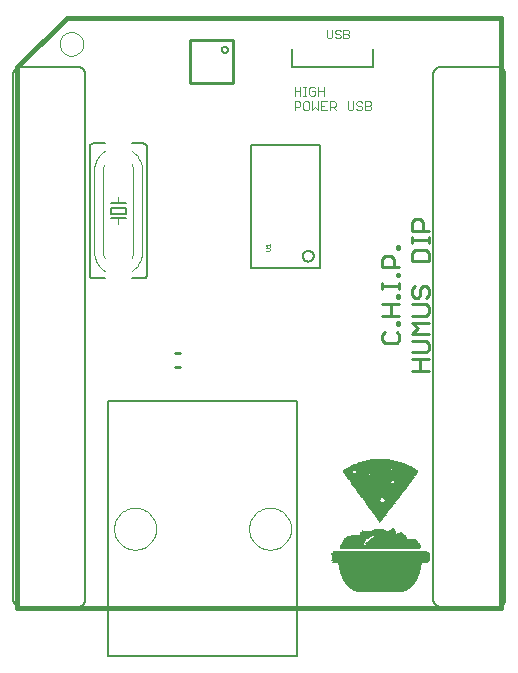
<source format=gto>
G75*
%MOIN*%
%OFA0B0*%
%FSLAX24Y24*%
%IPPOS*%
%LPD*%
%AMOC8*
5,1,8,0,0,1.08239X$1,22.5*
%
%ADD10C,0.0160*%
%ADD11C,0.0090*%
%ADD12C,0.0000*%
%ADD13C,0.0030*%
%ADD14C,0.0060*%
%ADD15R,0.1455X0.0013*%
%ADD16R,0.1573X0.0013*%
%ADD17R,0.1665X0.0013*%
%ADD18R,0.1731X0.0013*%
%ADD19R,0.1796X0.0013*%
%ADD20R,0.1849X0.0013*%
%ADD21R,0.1888X0.0013*%
%ADD22R,0.1927X0.0013*%
%ADD23R,0.1967X0.0013*%
%ADD24R,0.2006X0.0013*%
%ADD25R,0.2045X0.0013*%
%ADD26R,0.2071X0.0013*%
%ADD27R,0.2098X0.0013*%
%ADD28R,0.2137X0.0013*%
%ADD29R,0.2150X0.0013*%
%ADD30R,0.2176X0.0013*%
%ADD31R,0.2203X0.0013*%
%ADD32R,0.2229X0.0013*%
%ADD33R,0.2242X0.0013*%
%ADD34R,0.2268X0.0013*%
%ADD35R,0.2281X0.0013*%
%ADD36R,0.2307X0.0013*%
%ADD37R,0.2321X0.0013*%
%ADD38R,0.2334X0.0013*%
%ADD39R,0.2360X0.0013*%
%ADD40R,0.2373X0.0013*%
%ADD41R,0.2386X0.0013*%
%ADD42R,0.2399X0.0013*%
%ADD43R,0.2412X0.0013*%
%ADD44R,0.2439X0.0013*%
%ADD45R,0.2452X0.0013*%
%ADD46R,0.2465X0.0013*%
%ADD47R,0.2478X0.0013*%
%ADD48R,0.2491X0.0013*%
%ADD49R,0.2504X0.0013*%
%ADD50R,0.2517X0.0013*%
%ADD51R,0.2530X0.0013*%
%ADD52R,0.2543X0.0013*%
%ADD53R,0.2556X0.0013*%
%ADD54R,0.2570X0.0013*%
%ADD55R,0.2583X0.0013*%
%ADD56R,0.2596X0.0013*%
%ADD57R,0.2609X0.0013*%
%ADD58R,0.2622X0.0013*%
%ADD59R,0.2635X0.0013*%
%ADD60R,0.2648X0.0013*%
%ADD61R,0.2661X0.0013*%
%ADD62R,0.2674X0.0013*%
%ADD63R,0.2688X0.0013*%
%ADD64R,0.2701X0.0013*%
%ADD65R,0.2714X0.0013*%
%ADD66R,0.2727X0.0013*%
%ADD67R,0.2740X0.0013*%
%ADD68R,0.2753X0.0013*%
%ADD69R,0.2766X0.0013*%
%ADD70R,0.2779X0.0013*%
%ADD71R,0.2792X0.0013*%
%ADD72R,0.2806X0.0013*%
%ADD73R,0.3081X0.0013*%
%ADD74R,0.3146X0.0013*%
%ADD75R,0.3186X0.0013*%
%ADD76R,0.3225X0.0013*%
%ADD77R,0.3251X0.0013*%
%ADD78R,0.3264X0.0013*%
%ADD79R,0.3278X0.0013*%
%ADD80R,0.3238X0.0013*%
%ADD81R,0.3199X0.0013*%
%ADD82R,0.3160X0.0013*%
%ADD83R,0.3107X0.0013*%
%ADD84R,0.0774X0.0013*%
%ADD85R,0.0760X0.0013*%
%ADD86R,0.1822X0.0013*%
%ADD87R,0.0747X0.0013*%
%ADD88R,0.0734X0.0013*%
%ADD89R,0.1783X0.0013*%
%ADD90R,0.1770X0.0013*%
%ADD91R,0.1757X0.0013*%
%ADD92R,0.1704X0.0013*%
%ADD93R,0.1678X0.0013*%
%ADD94R,0.1639X0.0013*%
%ADD95R,0.1613X0.0013*%
%ADD96R,0.1586X0.0013*%
%ADD97R,0.1560X0.0013*%
%ADD98R,0.1508X0.0013*%
%ADD99R,0.1232X0.0013*%
%ADD100R,0.0184X0.0013*%
%ADD101R,0.1193X0.0013*%
%ADD102R,0.1180X0.0013*%
%ADD103R,0.1141X0.0013*%
%ADD104R,0.1101X0.0013*%
%ADD105R,0.1075X0.0013*%
%ADD106R,0.1036X0.0013*%
%ADD107R,0.1023X0.0013*%
%ADD108R,0.1009X0.0013*%
%ADD109R,0.0249X0.0013*%
%ADD110R,0.0446X0.0013*%
%ADD111R,0.1495X0.0013*%
%ADD112R,0.1481X0.0013*%
%ADD113R,0.1468X0.0013*%
%ADD114R,0.1442X0.0013*%
%ADD115R,0.1206X0.0013*%
%ADD116R,0.0197X0.0013*%
%ADD117R,0.0118X0.0013*%
%ADD118R,0.0052X0.0013*%
%ADD119R,0.1154X0.0013*%
%ADD120R,0.0210X0.0013*%
%ADD121R,0.0616X0.0013*%
%ADD122R,0.0144X0.0013*%
%ADD123R,0.0564X0.0013*%
%ADD124R,0.0026X0.0013*%
%ADD125R,0.0498X0.0013*%
%ADD126R,0.0170X0.0013*%
%ADD127R,0.0420X0.0013*%
%ADD128R,0.0341X0.0013*%
%ADD129R,0.0105X0.0013*%
%ADD130R,0.0066X0.0013*%
%ADD131R,0.0039X0.0013*%
%ADD132R,0.0013X0.0013*%
%ADD133R,0.0092X0.0013*%
%ADD134R,0.0223X0.0013*%
%ADD135R,0.0275X0.0013*%
%ADD136R,0.0302X0.0013*%
%ADD137R,0.0328X0.0013*%
%ADD138R,0.0354X0.0013*%
%ADD139R,0.0367X0.0013*%
%ADD140R,0.0380X0.0013*%
%ADD141R,0.0406X0.0013*%
%ADD142R,0.0433X0.0013*%
%ADD143R,0.0459X0.0013*%
%ADD144R,0.0485X0.0013*%
%ADD145R,0.0511X0.0013*%
%ADD146R,0.0538X0.0013*%
%ADD147R,0.0590X0.0013*%
%ADD148R,0.0642X0.0013*%
%ADD149R,0.0669X0.0013*%
%ADD150R,0.0695X0.0013*%
%ADD151R,0.0721X0.0013*%
%ADD152R,0.0800X0.0013*%
%ADD153R,0.0813X0.0013*%
%ADD154R,0.0826X0.0013*%
%ADD155R,0.0852X0.0013*%
%ADD156R,0.0878X0.0013*%
%ADD157R,0.0891X0.0013*%
%ADD158R,0.0905X0.0013*%
%ADD159R,0.0931X0.0013*%
%ADD160R,0.0957X0.0013*%
%ADD161R,0.0970X0.0013*%
%ADD162R,0.0983X0.0013*%
%ADD163R,0.0551X0.0013*%
%ADD164R,0.0524X0.0013*%
%ADD165R,0.0472X0.0013*%
%ADD166R,0.0629X0.0013*%
%ADD167R,0.1219X0.0013*%
%ADD168R,0.1245X0.0013*%
%ADD169R,0.1259X0.0013*%
%ADD170R,0.1272X0.0013*%
%ADD171R,0.1298X0.0013*%
%ADD172R,0.1324X0.0013*%
%ADD173R,0.1337X0.0013*%
%ADD174R,0.1350X0.0013*%
%ADD175R,0.1377X0.0013*%
%ADD176R,0.1403X0.0013*%
%ADD177R,0.1416X0.0013*%
%ADD178R,0.1429X0.0013*%
%ADD179R,0.1534X0.0013*%
%ADD180R,0.1547X0.0013*%
%ADD181R,0.1626X0.0013*%
%ADD182R,0.1652X0.0013*%
%ADD183R,0.1691X0.0013*%
%ADD184R,0.1744X0.0013*%
%ADD185R,0.1809X0.0013*%
%ADD186R,0.1862X0.0013*%
%ADD187R,0.1901X0.0013*%
%ADD188R,0.1940X0.0013*%
%ADD189R,0.1363X0.0013*%
%ADD190R,0.0577X0.0013*%
%ADD191R,0.0603X0.0013*%
%ADD192R,0.2111X0.0013*%
%ADD193R,0.2189X0.0013*%
%ADD194R,0.2216X0.0013*%
%ADD195R,0.2255X0.0013*%
%ADD196R,0.2294X0.0013*%
%ADD197R,0.1521X0.0013*%
%ADD198R,0.0839X0.0013*%
%ADD199R,0.2425X0.0013*%
%ADD200R,0.0315X0.0013*%
%ADD201R,0.2085X0.0013*%
%ADD202R,0.0787X0.0013*%
%ADD203R,0.2163X0.0013*%
%ADD204R,0.2124X0.0013*%
%ADD205R,0.2019X0.0013*%
%ADD206R,0.1953X0.0013*%
%ADD207R,0.1717X0.0013*%
%ADD208R,0.1599X0.0013*%
%ADD209R,0.1114X0.0013*%
%ADD210C,0.0010*%
%ADD211C,0.0050*%
%ADD212C,0.0020*%
%ADD213C,0.0100*%
%ADD214C,0.0080*%
D10*
X000259Y001718D02*
X016401Y001718D01*
X016401Y021403D01*
X001913Y021403D01*
X000259Y019749D01*
X000259Y001718D01*
X002424Y001718D02*
X014236Y001718D01*
D11*
X013990Y009645D02*
X013419Y009645D01*
X013704Y009645D02*
X013704Y010026D01*
X013419Y010026D02*
X013990Y010026D01*
X013895Y010253D02*
X013990Y010348D01*
X013990Y010538D01*
X013895Y010634D01*
X013419Y010634D01*
X013419Y010861D02*
X013609Y011051D01*
X013419Y011241D01*
X013990Y011241D01*
X013895Y011469D02*
X013990Y011564D01*
X013990Y011754D01*
X013895Y011849D01*
X013419Y011849D01*
X013514Y012076D02*
X013609Y012076D01*
X013704Y012171D01*
X013704Y012362D01*
X013799Y012457D01*
X013895Y012457D01*
X013990Y012362D01*
X013990Y012171D01*
X013895Y012076D01*
X013514Y012076D02*
X013419Y012171D01*
X013419Y012362D01*
X013514Y012457D01*
X013000Y012475D02*
X012429Y012475D01*
X012429Y012380D02*
X012429Y012570D01*
X012429Y013089D02*
X012429Y013374D01*
X012524Y013470D01*
X012714Y013470D01*
X012809Y013374D01*
X012809Y013089D01*
X012905Y012880D02*
X013000Y012880D01*
X013000Y012785D01*
X012905Y012785D01*
X012905Y012880D01*
X013000Y013089D02*
X012429Y013089D01*
X012905Y013697D02*
X012905Y013792D01*
X013000Y013792D01*
X013000Y013697D01*
X012905Y013697D01*
X013419Y013577D02*
X013419Y013292D01*
X013990Y013292D01*
X013990Y013577D01*
X013895Y013672D01*
X013514Y013672D01*
X013419Y013577D01*
X013419Y013900D02*
X013419Y014090D01*
X013419Y013995D02*
X013990Y013995D01*
X013990Y013900D02*
X013990Y014090D01*
X013990Y014305D02*
X013419Y014305D01*
X013419Y014590D01*
X013514Y014685D01*
X013704Y014685D01*
X013799Y014590D01*
X013799Y014305D01*
X013000Y012570D02*
X013000Y012380D01*
X013000Y012171D02*
X012905Y012171D01*
X012905Y012076D01*
X013000Y012076D01*
X013000Y012171D01*
X013000Y011849D02*
X012429Y011849D01*
X012714Y011849D02*
X012714Y011469D01*
X012905Y011260D02*
X013000Y011260D01*
X013000Y011165D01*
X012905Y011165D01*
X012905Y011260D01*
X013000Y011469D02*
X012429Y011469D01*
X012524Y010937D02*
X012429Y010842D01*
X012429Y010652D01*
X012524Y010557D01*
X012905Y010557D01*
X013000Y010652D01*
X013000Y010842D01*
X012905Y010937D01*
X013419Y010861D02*
X013990Y010861D01*
X013895Y011469D02*
X013419Y011469D01*
X013419Y010253D02*
X013895Y010253D01*
D12*
X007990Y004375D02*
X007992Y004427D01*
X007998Y004479D01*
X008008Y004531D01*
X008021Y004581D01*
X008038Y004631D01*
X008059Y004679D01*
X008084Y004725D01*
X008112Y004769D01*
X008143Y004811D01*
X008177Y004851D01*
X008214Y004888D01*
X008254Y004922D01*
X008296Y004953D01*
X008340Y004981D01*
X008386Y005006D01*
X008434Y005027D01*
X008484Y005044D01*
X008534Y005057D01*
X008586Y005067D01*
X008638Y005073D01*
X008690Y005075D01*
X008742Y005073D01*
X008794Y005067D01*
X008846Y005057D01*
X008896Y005044D01*
X008946Y005027D01*
X008994Y005006D01*
X009040Y004981D01*
X009084Y004953D01*
X009126Y004922D01*
X009166Y004888D01*
X009203Y004851D01*
X009237Y004811D01*
X009268Y004769D01*
X009296Y004725D01*
X009321Y004679D01*
X009342Y004631D01*
X009359Y004581D01*
X009372Y004531D01*
X009382Y004479D01*
X009388Y004427D01*
X009390Y004375D01*
X009388Y004323D01*
X009382Y004271D01*
X009372Y004219D01*
X009359Y004169D01*
X009342Y004119D01*
X009321Y004071D01*
X009296Y004025D01*
X009268Y003981D01*
X009237Y003939D01*
X009203Y003899D01*
X009166Y003862D01*
X009126Y003828D01*
X009084Y003797D01*
X009040Y003769D01*
X008994Y003744D01*
X008946Y003723D01*
X008896Y003706D01*
X008846Y003693D01*
X008794Y003683D01*
X008742Y003677D01*
X008690Y003675D01*
X008638Y003677D01*
X008586Y003683D01*
X008534Y003693D01*
X008484Y003706D01*
X008434Y003723D01*
X008386Y003744D01*
X008340Y003769D01*
X008296Y003797D01*
X008254Y003828D01*
X008214Y003862D01*
X008177Y003899D01*
X008143Y003939D01*
X008112Y003981D01*
X008084Y004025D01*
X008059Y004071D01*
X008038Y004119D01*
X008021Y004169D01*
X008008Y004219D01*
X007998Y004271D01*
X007992Y004323D01*
X007990Y004375D01*
X003490Y004375D02*
X003492Y004427D01*
X003498Y004479D01*
X003508Y004531D01*
X003521Y004581D01*
X003538Y004631D01*
X003559Y004679D01*
X003584Y004725D01*
X003612Y004769D01*
X003643Y004811D01*
X003677Y004851D01*
X003714Y004888D01*
X003754Y004922D01*
X003796Y004953D01*
X003840Y004981D01*
X003886Y005006D01*
X003934Y005027D01*
X003984Y005044D01*
X004034Y005057D01*
X004086Y005067D01*
X004138Y005073D01*
X004190Y005075D01*
X004242Y005073D01*
X004294Y005067D01*
X004346Y005057D01*
X004396Y005044D01*
X004446Y005027D01*
X004494Y005006D01*
X004540Y004981D01*
X004584Y004953D01*
X004626Y004922D01*
X004666Y004888D01*
X004703Y004851D01*
X004737Y004811D01*
X004768Y004769D01*
X004796Y004725D01*
X004821Y004679D01*
X004842Y004631D01*
X004859Y004581D01*
X004872Y004531D01*
X004882Y004479D01*
X004888Y004427D01*
X004890Y004375D01*
X004888Y004323D01*
X004882Y004271D01*
X004872Y004219D01*
X004859Y004169D01*
X004842Y004119D01*
X004821Y004071D01*
X004796Y004025D01*
X004768Y003981D01*
X004737Y003939D01*
X004703Y003899D01*
X004666Y003862D01*
X004626Y003828D01*
X004584Y003797D01*
X004540Y003769D01*
X004494Y003744D01*
X004446Y003723D01*
X004396Y003706D01*
X004346Y003693D01*
X004294Y003683D01*
X004242Y003677D01*
X004190Y003675D01*
X004138Y003677D01*
X004086Y003683D01*
X004034Y003693D01*
X003984Y003706D01*
X003934Y003723D01*
X003886Y003744D01*
X003840Y003769D01*
X003796Y003797D01*
X003754Y003828D01*
X003714Y003862D01*
X003677Y003899D01*
X003643Y003939D01*
X003612Y003981D01*
X003584Y004025D01*
X003559Y004071D01*
X003538Y004119D01*
X003521Y004169D01*
X003508Y004219D01*
X003498Y004271D01*
X003492Y004323D01*
X003490Y004375D01*
X001676Y020536D02*
X001678Y020575D01*
X001684Y020614D01*
X001694Y020652D01*
X001707Y020689D01*
X001724Y020724D01*
X001744Y020758D01*
X001768Y020789D01*
X001795Y020818D01*
X001824Y020844D01*
X001856Y020867D01*
X001890Y020887D01*
X001926Y020903D01*
X001963Y020915D01*
X002002Y020924D01*
X002041Y020929D01*
X002080Y020930D01*
X002119Y020927D01*
X002158Y020920D01*
X002195Y020909D01*
X002232Y020895D01*
X002267Y020877D01*
X002300Y020856D01*
X002331Y020831D01*
X002359Y020804D01*
X002384Y020774D01*
X002406Y020741D01*
X002425Y020707D01*
X002440Y020671D01*
X002452Y020633D01*
X002460Y020595D01*
X002464Y020556D01*
X002464Y020516D01*
X002460Y020477D01*
X002452Y020439D01*
X002440Y020401D01*
X002425Y020365D01*
X002406Y020331D01*
X002384Y020298D01*
X002359Y020268D01*
X002331Y020241D01*
X002300Y020216D01*
X002267Y020195D01*
X002232Y020177D01*
X002195Y020163D01*
X002158Y020152D01*
X002119Y020145D01*
X002080Y020142D01*
X002041Y020143D01*
X002002Y020148D01*
X001963Y020157D01*
X001926Y020169D01*
X001890Y020185D01*
X001856Y020205D01*
X001824Y020228D01*
X001795Y020254D01*
X001768Y020283D01*
X001744Y020314D01*
X001724Y020348D01*
X001707Y020383D01*
X001694Y020420D01*
X001684Y020458D01*
X001678Y020497D01*
X001676Y020536D01*
D13*
X009506Y019097D02*
X009506Y018807D01*
X009506Y018952D02*
X009700Y018952D01*
X009700Y019097D02*
X009700Y018807D01*
X009801Y018807D02*
X009898Y018807D01*
X009849Y018807D02*
X009849Y019097D01*
X009801Y019097D02*
X009898Y019097D01*
X009998Y019049D02*
X009998Y018855D01*
X010046Y018807D01*
X010143Y018807D01*
X010191Y018855D01*
X010191Y018952D01*
X010094Y018952D01*
X009998Y019049D02*
X010046Y019097D01*
X010143Y019097D01*
X010191Y019049D01*
X010292Y019097D02*
X010292Y018807D01*
X010292Y018952D02*
X010486Y018952D01*
X010486Y019097D02*
X010486Y018807D01*
X010390Y018617D02*
X010390Y018327D01*
X010584Y018327D01*
X010685Y018327D02*
X010685Y018617D01*
X010830Y018617D01*
X010879Y018569D01*
X010879Y018472D01*
X010830Y018424D01*
X010685Y018424D01*
X010782Y018424D02*
X010879Y018327D01*
X011274Y018375D02*
X011274Y018617D01*
X011468Y018617D02*
X011468Y018375D01*
X011419Y018327D01*
X011323Y018327D01*
X011274Y018375D01*
X011569Y018375D02*
X011617Y018327D01*
X011714Y018327D01*
X011762Y018375D01*
X011762Y018424D01*
X011714Y018472D01*
X011617Y018472D01*
X011569Y018521D01*
X011569Y018569D01*
X011617Y018617D01*
X011714Y018617D01*
X011762Y018569D01*
X011864Y018617D02*
X012009Y018617D01*
X012057Y018569D01*
X012057Y018521D01*
X012009Y018472D01*
X011864Y018472D01*
X012009Y018472D02*
X012057Y018424D01*
X012057Y018375D01*
X012009Y018327D01*
X011864Y018327D01*
X011864Y018617D01*
X010584Y018617D02*
X010390Y018617D01*
X010289Y018617D02*
X010289Y018327D01*
X010192Y018424D01*
X010096Y018327D01*
X010096Y018617D01*
X009995Y018569D02*
X009995Y018375D01*
X009946Y018327D01*
X009849Y018327D01*
X009801Y018375D01*
X009801Y018569D01*
X009849Y018617D01*
X009946Y018617D01*
X009995Y018569D01*
X009700Y018569D02*
X009700Y018472D01*
X009652Y018424D01*
X009506Y018424D01*
X009506Y018327D02*
X009506Y018617D01*
X009652Y018617D01*
X009700Y018569D01*
X010390Y018472D02*
X010487Y018472D01*
D14*
X010348Y017170D02*
X010348Y013076D01*
X008045Y013076D01*
X008045Y017170D01*
X010348Y017170D01*
X009783Y013460D02*
X009785Y013486D01*
X009791Y013512D01*
X009800Y013537D01*
X009813Y013560D01*
X009829Y013581D01*
X009848Y013599D01*
X009870Y013615D01*
X009893Y013627D01*
X009918Y013635D01*
X009944Y013640D01*
X009971Y013641D01*
X009997Y013638D01*
X010022Y013631D01*
X010047Y013621D01*
X010069Y013607D01*
X010090Y013590D01*
X010107Y013571D01*
X010122Y013549D01*
X010133Y013525D01*
X010141Y013499D01*
X010145Y013473D01*
X010145Y013447D01*
X010141Y013421D01*
X010133Y013395D01*
X010122Y013371D01*
X010107Y013349D01*
X010090Y013330D01*
X010069Y013313D01*
X010047Y013299D01*
X010022Y013289D01*
X009997Y013282D01*
X009971Y013279D01*
X009944Y013280D01*
X009918Y013285D01*
X009893Y013293D01*
X009870Y013305D01*
X009848Y013321D01*
X009829Y013339D01*
X009813Y013360D01*
X009800Y013383D01*
X009791Y013408D01*
X009785Y013434D01*
X009783Y013460D01*
X014130Y019523D02*
X014130Y002023D01*
X014132Y001993D01*
X014137Y001963D01*
X014146Y001934D01*
X014159Y001907D01*
X014174Y001881D01*
X014193Y001857D01*
X014214Y001836D01*
X014238Y001817D01*
X014264Y001802D01*
X014291Y001789D01*
X014320Y001780D01*
X014350Y001775D01*
X014380Y001773D01*
X016280Y001773D01*
X016310Y001775D01*
X016340Y001780D01*
X016369Y001789D01*
X016396Y001802D01*
X016422Y001817D01*
X016446Y001836D01*
X016467Y001857D01*
X016486Y001881D01*
X016501Y001907D01*
X016514Y001934D01*
X016523Y001963D01*
X016528Y001993D01*
X016530Y002023D01*
X016530Y019523D01*
X016528Y019553D01*
X016523Y019583D01*
X016514Y019612D01*
X016501Y019639D01*
X016486Y019665D01*
X016467Y019689D01*
X016446Y019710D01*
X016422Y019729D01*
X016396Y019744D01*
X016369Y019757D01*
X016340Y019766D01*
X016310Y019771D01*
X016280Y019773D01*
X014380Y019773D01*
X014350Y019771D01*
X014320Y019766D01*
X014291Y019757D01*
X014264Y019744D01*
X014238Y019729D01*
X014214Y019710D01*
X014193Y019689D01*
X014174Y019665D01*
X014159Y019639D01*
X014146Y019612D01*
X014137Y019583D01*
X014132Y019553D01*
X014130Y019523D01*
X007086Y020346D02*
X007088Y020366D01*
X007094Y020384D01*
X007103Y020402D01*
X007115Y020417D01*
X007130Y020429D01*
X007148Y020438D01*
X007166Y020444D01*
X007186Y020446D01*
X007206Y020444D01*
X007224Y020438D01*
X007242Y020429D01*
X007257Y020417D01*
X007269Y020402D01*
X007278Y020384D01*
X007284Y020366D01*
X007286Y020346D01*
X007284Y020326D01*
X007278Y020308D01*
X007269Y020290D01*
X007257Y020275D01*
X007242Y020263D01*
X007224Y020254D01*
X007206Y020248D01*
X007186Y020246D01*
X007166Y020248D01*
X007148Y020254D01*
X007130Y020263D01*
X007115Y020275D01*
X007103Y020290D01*
X007094Y020308D01*
X007088Y020326D01*
X007086Y020346D01*
X004575Y017116D02*
X004575Y012816D01*
X004573Y012799D01*
X004569Y012782D01*
X004562Y012766D01*
X004552Y012752D01*
X004539Y012739D01*
X004525Y012729D01*
X004509Y012722D01*
X004492Y012718D01*
X004475Y012716D01*
X004075Y012716D01*
X003175Y012716D02*
X002775Y012716D01*
X002758Y012718D01*
X002741Y012722D01*
X002725Y012729D01*
X002711Y012739D01*
X002698Y012752D01*
X002688Y012766D01*
X002681Y012782D01*
X002677Y012799D01*
X002675Y012816D01*
X002675Y017116D01*
X002677Y017133D01*
X002681Y017150D01*
X002688Y017166D01*
X002698Y017180D01*
X002711Y017193D01*
X002725Y017203D01*
X002741Y017210D01*
X002758Y017214D01*
X002775Y017216D01*
X003175Y017216D01*
X004075Y017216D02*
X004475Y017216D01*
X004492Y017214D01*
X004509Y017210D01*
X004525Y017203D01*
X004539Y017193D01*
X004552Y017180D01*
X004562Y017166D01*
X004569Y017150D01*
X004573Y017133D01*
X004575Y017116D01*
X003875Y015216D02*
X003625Y015216D01*
X003375Y015216D01*
X003375Y015066D02*
X003375Y014866D01*
X003875Y014866D01*
X003875Y015066D01*
X003375Y015066D01*
X003375Y014716D02*
X003625Y014716D01*
X003875Y014716D01*
X002530Y019523D02*
X002530Y002023D01*
X002528Y001993D01*
X002523Y001963D01*
X002514Y001934D01*
X002501Y001907D01*
X002486Y001881D01*
X002467Y001857D01*
X002446Y001836D01*
X002422Y001817D01*
X002396Y001802D01*
X002369Y001789D01*
X002340Y001780D01*
X002310Y001775D01*
X002280Y001773D01*
X000380Y001773D01*
X000350Y001775D01*
X000320Y001780D01*
X000291Y001789D01*
X000264Y001802D01*
X000238Y001817D01*
X000214Y001836D01*
X000193Y001857D01*
X000174Y001881D01*
X000159Y001907D01*
X000146Y001934D01*
X000137Y001963D01*
X000132Y001993D01*
X000130Y002023D01*
X000130Y019523D01*
X000132Y019553D01*
X000137Y019583D01*
X000146Y019612D01*
X000159Y019639D01*
X000174Y019665D01*
X000193Y019689D01*
X000214Y019710D01*
X000238Y019729D01*
X000264Y019744D01*
X000291Y019757D01*
X000320Y019766D01*
X000350Y019771D01*
X000380Y019773D01*
X002280Y019773D01*
X002310Y019771D01*
X002340Y019766D01*
X002369Y019757D01*
X002396Y019744D01*
X002422Y019729D01*
X002446Y019710D01*
X002467Y019689D01*
X002486Y019665D01*
X002501Y019639D01*
X002514Y019612D01*
X002523Y019583D01*
X002528Y019553D01*
X002530Y019523D01*
D15*
X012370Y006549D03*
X012370Y005540D03*
X012370Y002262D03*
D16*
X012364Y002275D03*
X012377Y005618D03*
D17*
X012370Y005684D03*
X012370Y006510D03*
X012370Y002288D03*
D18*
X012364Y002301D03*
X012770Y003901D03*
X012377Y005723D03*
D19*
X012370Y006484D03*
X012777Y003848D03*
X012370Y002315D03*
D20*
X012370Y002328D03*
X012764Y003809D03*
X012370Y005802D03*
X012370Y006471D03*
D21*
X012377Y005828D03*
X012364Y002341D03*
D22*
X012370Y002354D03*
X012370Y005854D03*
D23*
X012364Y002367D03*
D24*
X012370Y002380D03*
D25*
X012364Y002393D03*
D26*
X012364Y002406D03*
X012560Y006208D03*
X012574Y006221D03*
X012587Y006235D03*
X012587Y006248D03*
X012377Y006418D03*
D27*
X012574Y006300D03*
X012587Y006287D03*
X012600Y006274D03*
X012377Y005972D03*
X012364Y002419D03*
D28*
X012370Y002433D03*
X012370Y005999D03*
D29*
X012377Y006012D03*
X012364Y002446D03*
D30*
X012364Y002459D03*
X012377Y006025D03*
D31*
X012364Y002472D03*
D32*
X012364Y002485D03*
X012377Y006064D03*
D33*
X012370Y002498D03*
D34*
X012370Y002511D03*
X012370Y006090D03*
X012370Y006366D03*
D35*
X012364Y002524D03*
D36*
X012364Y002537D03*
X012377Y006117D03*
D37*
X012370Y002551D03*
D38*
X012364Y002564D03*
X012377Y006130D03*
D39*
X012364Y002577D03*
D40*
X012370Y002590D03*
D41*
X012364Y002603D03*
D42*
X012370Y002616D03*
D43*
X012364Y002629D03*
D44*
X012364Y002642D03*
D45*
X012370Y002655D03*
D46*
X012364Y002669D03*
D47*
X012370Y002682D03*
D48*
X012364Y002695D03*
D49*
X012370Y002708D03*
D50*
X012364Y002721D03*
X012364Y002734D03*
D51*
X012370Y002747D03*
D52*
X012364Y002760D03*
D53*
X012370Y002773D03*
D54*
X012364Y002787D03*
X012364Y002800D03*
D55*
X012370Y002813D03*
D56*
X012364Y002826D03*
D57*
X012370Y002839D03*
X012370Y002852D03*
D58*
X012364Y002865D03*
D59*
X012370Y002878D03*
X012370Y002891D03*
D60*
X012364Y002905D03*
X012364Y002918D03*
X012377Y003796D03*
D61*
X012370Y003783D03*
X012370Y003770D03*
X012370Y002931D03*
D62*
X012364Y002944D03*
X012364Y002957D03*
X012377Y003744D03*
X012377Y003757D03*
D63*
X012370Y003730D03*
X012370Y003717D03*
X012370Y003704D03*
X012370Y003691D03*
X012370Y002970D03*
D64*
X012364Y002983D03*
X012364Y002996D03*
D65*
X012370Y003009D03*
X012370Y003023D03*
D66*
X012364Y003036D03*
X012364Y003049D03*
D67*
X012370Y003062D03*
X012370Y003075D03*
D68*
X012364Y003088D03*
X012364Y003101D03*
X012364Y003114D03*
D69*
X012370Y003127D03*
X012370Y003141D03*
D70*
X012364Y003154D03*
X012364Y003167D03*
D71*
X012370Y003180D03*
X012370Y003193D03*
D72*
X012364Y003206D03*
D73*
X012370Y003219D03*
D74*
X012377Y003232D03*
D75*
X012370Y003245D03*
D76*
X012377Y003259D03*
X012377Y003272D03*
X012377Y003547D03*
D77*
X012377Y003521D03*
X012377Y003285D03*
D78*
X012370Y003298D03*
X012370Y003508D03*
D79*
X012377Y003494D03*
X012377Y003481D03*
X012377Y003468D03*
X012377Y003455D03*
X012377Y003442D03*
X012377Y003429D03*
X012377Y003416D03*
X012377Y003403D03*
X012377Y003390D03*
X012377Y003376D03*
X012377Y003363D03*
X012377Y003350D03*
X012377Y003337D03*
X012377Y003324D03*
X012377Y003311D03*
D80*
X012370Y003534D03*
D81*
X012377Y003560D03*
D82*
X012370Y003573D03*
D83*
X012370Y003586D03*
D84*
X011676Y004098D03*
X011649Y004084D03*
X011636Y004071D03*
X011610Y004058D03*
X011597Y004045D03*
X011584Y004032D03*
X011558Y004019D03*
X011440Y003809D03*
X012370Y005081D03*
D85*
X011708Y004111D03*
X011538Y004006D03*
X011433Y003822D03*
D86*
X012777Y003822D03*
X012777Y003835D03*
X012370Y005789D03*
D87*
X012370Y005068D03*
X011531Y003993D03*
X011518Y003980D03*
X011505Y003966D03*
X011492Y003953D03*
X011492Y003940D03*
X011479Y003927D03*
X011466Y003901D03*
X011453Y003888D03*
X011453Y003875D03*
X011440Y003848D03*
X011440Y003835D03*
D88*
X011446Y003862D03*
X011472Y003914D03*
X012377Y005055D03*
D89*
X012377Y005763D03*
X012770Y003862D03*
D90*
X012777Y003875D03*
X012370Y005749D03*
D91*
X012770Y003888D03*
D92*
X012770Y003914D03*
X012377Y005710D03*
D93*
X012783Y003927D03*
D94*
X012790Y003940D03*
D95*
X012777Y003953D03*
X012370Y005645D03*
D96*
X012370Y005631D03*
X012777Y003966D03*
D97*
X012777Y003980D03*
X011938Y006313D03*
D98*
X011951Y006339D03*
X012370Y005579D03*
X012790Y006143D03*
X012803Y006156D03*
X012777Y003993D03*
D99*
X012652Y004006D03*
D100*
X013400Y004006D03*
D101*
X012659Y004019D03*
D102*
X012665Y004032D03*
X012298Y004202D03*
X012298Y004216D03*
X012298Y004229D03*
D103*
X012305Y004255D03*
X012672Y004045D03*
D104*
X012678Y004058D03*
D105*
X012692Y004071D03*
D106*
X012698Y004084D03*
X012672Y004124D03*
X012370Y006615D03*
D107*
X012692Y004098D03*
D108*
X012685Y004111D03*
X012370Y005238D03*
D109*
X012370Y004727D03*
X011505Y004124D03*
D110*
X011892Y004124D03*
X012718Y005317D03*
X012718Y005330D03*
D111*
X012377Y005566D03*
X011971Y006353D03*
X012429Y004137D03*
D112*
X012423Y004150D03*
X012370Y005553D03*
D113*
X012416Y004163D03*
D114*
X012416Y004176D03*
D115*
X012298Y004189D03*
D116*
X012764Y004281D03*
X013026Y004189D03*
X012370Y004688D03*
D117*
X012370Y004635D03*
X012777Y004320D03*
X013039Y004202D03*
D118*
X013046Y004216D03*
D119*
X012298Y004242D03*
D120*
X012351Y004334D03*
X012757Y004268D03*
X011839Y004268D03*
D121*
X012318Y004268D03*
X012370Y004976D03*
D122*
X012370Y004661D03*
X012370Y004648D03*
X012777Y004307D03*
X011820Y004281D03*
D123*
X012318Y004281D03*
X012370Y004937D03*
X012082Y005330D03*
X013118Y005933D03*
D124*
X011800Y004294D03*
D125*
X012324Y004294D03*
D126*
X012370Y004674D03*
X012764Y004294D03*
D127*
X012338Y004307D03*
X012692Y005264D03*
X012692Y005277D03*
X012705Y005291D03*
D128*
X012338Y004320D03*
X011276Y006274D03*
X011302Y006300D03*
D129*
X012783Y004334D03*
D130*
X012790Y004347D03*
X012370Y004596D03*
X012370Y004609D03*
D131*
X012370Y004583D03*
X012790Y004360D03*
D132*
X012370Y004570D03*
D133*
X012370Y004622D03*
D134*
X012370Y004701D03*
X012370Y004714D03*
D135*
X012370Y004740D03*
D136*
X012370Y004753D03*
X012370Y004766D03*
D137*
X012370Y004779D03*
X011282Y006248D03*
X011282Y006261D03*
D138*
X011282Y006287D03*
X012370Y004792D03*
D139*
X012377Y004806D03*
D140*
X012370Y004819D03*
D141*
X012370Y004832D03*
D142*
X012370Y004845D03*
X012370Y004858D03*
X012672Y005251D03*
X012711Y005304D03*
X012370Y006667D03*
D143*
X012370Y004871D03*
D144*
X012370Y004884D03*
X012724Y005356D03*
D145*
X012370Y004910D03*
X012370Y004897D03*
D146*
X012370Y004924D03*
X012108Y005277D03*
X012095Y005291D03*
X013091Y005894D03*
X013105Y005907D03*
D147*
X012370Y004963D03*
X012370Y004950D03*
X012082Y005343D03*
X012082Y005356D03*
D148*
X012370Y004989D03*
X012370Y006654D03*
D149*
X012370Y005015D03*
X012370Y005002D03*
D150*
X012370Y005028D03*
D151*
X012370Y005041D03*
D152*
X012370Y005094D03*
X011597Y006156D03*
X013157Y006339D03*
D153*
X013164Y006326D03*
X012377Y005107D03*
X011603Y006143D03*
X011590Y006169D03*
D154*
X012370Y005120D03*
D155*
X012370Y005133D03*
X013170Y006313D03*
D156*
X012370Y005146D03*
D157*
X012377Y005159D03*
D158*
X012370Y005173D03*
X012370Y006628D03*
D159*
X012370Y005186D03*
D160*
X012370Y005199D03*
D161*
X012377Y005212D03*
D162*
X012370Y005225D03*
D163*
X012128Y005251D03*
X012089Y005304D03*
X012089Y005317D03*
X013085Y005881D03*
X013111Y005920D03*
D164*
X012718Y005369D03*
X012115Y005264D03*
D165*
X012718Y005343D03*
D166*
X012089Y005369D03*
D167*
X012370Y005382D03*
X012370Y006589D03*
D168*
X012370Y005395D03*
D169*
X012377Y005409D03*
D170*
X012370Y005422D03*
D171*
X012370Y005435D03*
X012370Y006575D03*
D172*
X012370Y005448D03*
D173*
X012377Y005461D03*
D174*
X012370Y005474D03*
X012056Y005907D03*
D175*
X012043Y005933D03*
X012370Y005487D03*
X012370Y006562D03*
D176*
X012043Y005946D03*
X012370Y005500D03*
D177*
X012377Y005513D03*
X012049Y005959D03*
D178*
X012370Y005527D03*
D179*
X012370Y005592D03*
X011938Y006326D03*
X012370Y006536D03*
D180*
X012810Y006182D03*
X012377Y005605D03*
D181*
X012377Y005658D03*
D182*
X012377Y005671D03*
D183*
X012370Y005697D03*
D184*
X012370Y005736D03*
D185*
X012377Y005776D03*
D186*
X012377Y005815D03*
D187*
X012370Y005841D03*
X012370Y006457D03*
D188*
X012377Y005867D03*
D189*
X012075Y005881D03*
X012062Y005894D03*
X012049Y005920D03*
D190*
X013111Y005946D03*
D191*
X013111Y005959D03*
D192*
X012370Y005985D03*
D193*
X012370Y006038D03*
D194*
X012370Y006051D03*
X012370Y006379D03*
D195*
X012377Y006077D03*
D196*
X012370Y006103D03*
D197*
X012810Y006169D03*
D198*
X011590Y006182D03*
D199*
X012370Y006195D03*
D200*
X011315Y006208D03*
X011302Y006221D03*
X011289Y006235D03*
D201*
X012593Y006261D03*
D202*
X012364Y006641D03*
X013137Y006353D03*
D203*
X012370Y006392D03*
D204*
X012377Y006405D03*
D205*
X012377Y006431D03*
D206*
X012370Y006444D03*
D207*
X012370Y006497D03*
D208*
X012377Y006523D03*
D209*
X012370Y006602D03*
D210*
X008666Y013628D02*
X008541Y013628D01*
X008541Y013728D02*
X008666Y013728D01*
X008691Y013703D01*
X008691Y013653D01*
X008666Y013628D01*
X008691Y013775D02*
X008691Y013875D01*
X008691Y013825D02*
X008541Y013825D01*
X008591Y013775D01*
D211*
X009590Y008625D02*
X009590Y000125D01*
X003290Y000125D01*
X003290Y008625D01*
X009590Y008625D01*
D212*
X004425Y013616D02*
X004425Y016316D01*
X004125Y016316D02*
X004125Y013616D01*
X004124Y013578D01*
X004119Y013541D01*
X004112Y013504D01*
X004103Y013468D01*
X004090Y013432D01*
X004075Y013398D01*
X004425Y013616D02*
X004423Y013560D01*
X004417Y013505D01*
X004408Y013450D01*
X004394Y013396D01*
X004377Y013343D01*
X004356Y013292D01*
X004332Y013242D01*
X004304Y013194D01*
X004273Y013147D01*
X004239Y013104D01*
X004202Y013062D01*
X004162Y013023D01*
X004120Y012987D01*
X004075Y012955D01*
X003175Y013398D02*
X003160Y013432D01*
X003147Y013468D01*
X003138Y013504D01*
X003131Y013541D01*
X003126Y013578D01*
X003125Y013616D01*
X003125Y016316D01*
X002825Y016316D02*
X002825Y013616D01*
X002827Y013560D01*
X002833Y013505D01*
X002842Y013450D01*
X002856Y013396D01*
X002873Y013343D01*
X002894Y013292D01*
X002918Y013242D01*
X002946Y013194D01*
X002977Y013147D01*
X003011Y013103D01*
X003048Y013062D01*
X003088Y013023D01*
X003130Y012987D01*
X003175Y012955D01*
X003625Y014516D02*
X003625Y014716D01*
X003625Y015216D02*
X003625Y015416D01*
X004425Y016316D02*
X004423Y016372D01*
X004417Y016427D01*
X004408Y016482D01*
X004394Y016536D01*
X004377Y016589D01*
X004356Y016640D01*
X004332Y016690D01*
X004304Y016738D01*
X004273Y016785D01*
X004239Y016829D01*
X004202Y016870D01*
X004162Y016909D01*
X004120Y016945D01*
X004075Y016977D01*
X003175Y016977D02*
X003130Y016945D01*
X003088Y016909D01*
X003048Y016870D01*
X003011Y016828D01*
X002977Y016785D01*
X002946Y016738D01*
X002918Y016690D01*
X002894Y016640D01*
X002873Y016589D01*
X002856Y016536D01*
X002842Y016482D01*
X002833Y016427D01*
X002827Y016372D01*
X002825Y016316D01*
X003125Y016316D02*
X003126Y016354D01*
X003131Y016391D01*
X003138Y016428D01*
X003147Y016464D01*
X003160Y016500D01*
X003175Y016534D01*
X004075Y016534D02*
X004090Y016500D01*
X004103Y016464D01*
X004112Y016428D01*
X004119Y016391D01*
X004124Y016354D01*
X004125Y016316D01*
X010582Y020766D02*
X010629Y020719D01*
X010722Y020719D01*
X010769Y020766D01*
X010769Y020999D01*
X010858Y020952D02*
X010858Y020906D01*
X010905Y020859D01*
X010999Y020859D01*
X011045Y020812D01*
X011045Y020766D01*
X010999Y020719D01*
X010905Y020719D01*
X010858Y020766D01*
X010858Y020952D02*
X010905Y020999D01*
X010999Y020999D01*
X011045Y020952D01*
X011135Y020999D02*
X011135Y020719D01*
X011275Y020719D01*
X011321Y020766D01*
X011321Y020812D01*
X011275Y020859D01*
X011135Y020859D01*
X011275Y020859D02*
X011321Y020906D01*
X011321Y020952D01*
X011275Y020999D01*
X011135Y020999D01*
X010582Y020999D02*
X010582Y020766D01*
D213*
X007466Y020656D02*
X007466Y019236D01*
X006006Y019236D01*
X006006Y020656D01*
X007466Y020656D01*
X005693Y010245D02*
X005533Y010245D01*
X005533Y009765D02*
X005693Y009765D01*
D214*
X009432Y019749D02*
X012110Y019749D01*
X012110Y020379D01*
X012110Y021403D02*
X009432Y021403D01*
X009432Y020379D02*
X009432Y019749D01*
M02*

</source>
